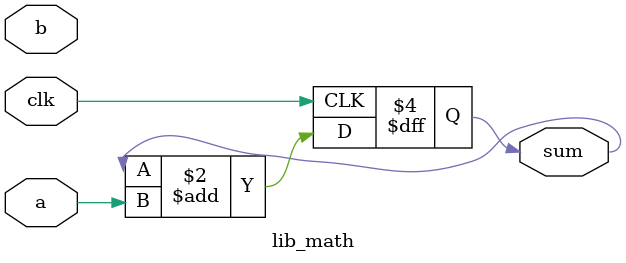
<source format=v>
 
module lib_math(
    input clk,
    input a,
    input b,
    output reg sum
);

always @ (posedge clk)
begin
    if (clk)
        sum <= sum + a;
    else
        sum <= sum - b;
end

endmodule

</source>
